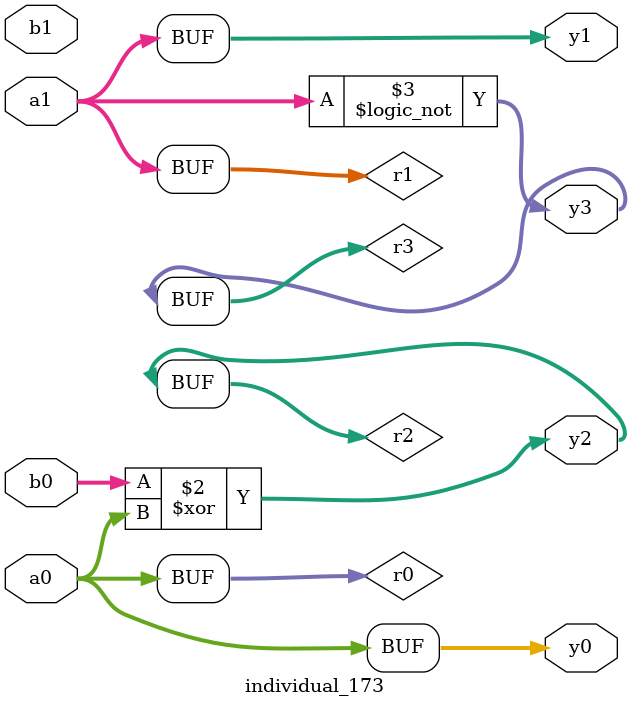
<source format=sv>
module individual_173(input logic [15:0] a1, input logic [15:0] a0, input logic [15:0] b1, input logic [15:0] b0, output logic [15:0] y3, output logic [15:0] y2, output logic [15:0] y1, output logic [15:0] y0);
logic [15:0] r0, r1, r2, r3; 
 always@(*) begin 
	 r0 = a0; r1 = a1; r2 = b0; r3 = b1; 
 	 r2  ^=  a0 ;
 	 r3 = ! a1 ;
 	 y3 = r3; y2 = r2; y1 = r1; y0 = r0; 
end
endmodule
</source>
